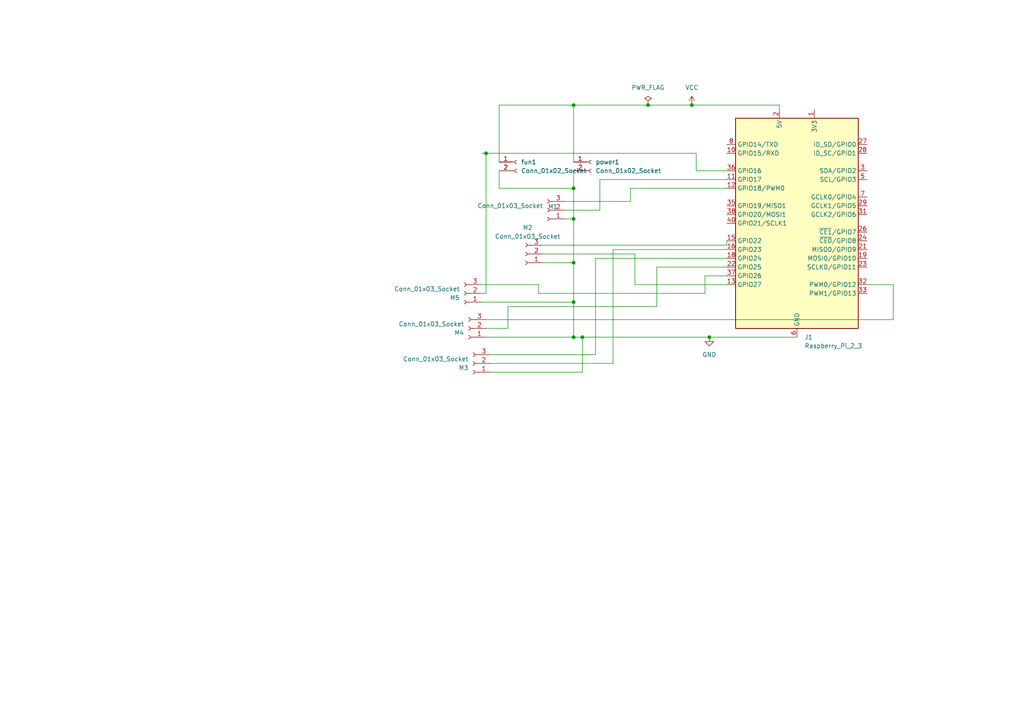
<source format=kicad_sch>
(kicad_sch (version 20231120) (generator "eeschema") (generator_version "8.0")
  (paper "A4")
  (lib_symbols
    (symbol "Connector:Conn_01x02_Socket" (pin_names (offset 1.016) hide)
      (property "Reference" "J" (at 0 2.54 0))
      (property "Value" "Conn_01x02_Socket" (at 0 -5.08 0))
      (symbol "Conn_01x02_Socket_1_1"
        (arc (start 0 -2.032) (mid -0.5058 -2.54) (end 0 -3.048) (stroke (width 0.1524)))
        (polyline (pts (xy -1.27 -2.54) (xy -0.508 -2.54)) (stroke (width 0.1524)))
        (polyline (pts (xy -1.27 0) (xy -0.508 0)) (stroke (width 0.1524)))
        (arc (start 0 0.508) (mid -0.5058 0) (end 0 -0.508) (stroke (width 0.1524)))
        (pin passive line (at -5.08 0 0) (length 3.81) (name "Pin_1") (number "1"))
        (pin passive line (at -5.08 -2.54 0) (length 3.81) (name "Pin_2") (number "2"))
      )
    )
    (symbol "Connector:Conn_01x03_Socket" (pin_names (offset 1.016) hide)
      (property "Reference" "J" (at 0 5.08 0))
      (property "Value" "Conn_01x03_Socket" (at 0 -5.08 0))
      (symbol "Conn_01x03_Socket_1_1"
        (arc (start 0 -2.032) (mid -0.5058 -2.54) (end 0 -3.048) (stroke (width 0.1524)))
        (polyline (pts (xy -1.27 -2.54) (xy -0.508 -2.54)) (stroke (width 0.1524)))
        (polyline (pts (xy -1.27 0) (xy -0.508 0)) (stroke (width 0.1524)))
        (polyline (pts (xy -1.27 2.54) (xy -0.508 2.54)) (stroke (width 0.1524)))
        (arc (start 0 0.508) (mid -0.5058 0) (end 0 -0.508) (stroke (width 0.1524)))
        (arc (start 0 3.048) (mid -0.5058 2.54) (end 0 2.032) (stroke (width 0.1524)))
        (pin passive line (at -5.08 2.54 0) (length 3.81) (name "Pin_1") (number "1"))
        (pin passive line (at -5.08 0 0) (length 3.81) (name "Pin_2") (number "2"))
        (pin passive line (at -5.08 -2.54 0) (length 3.81) (name "Pin_3") (number "3"))
      )
    )
    (symbol "Connector:Raspberry_Pi_2_3"
      (property "Reference" "J" (at -17.78 31.75 0))
      (property "Value" "Raspberry_Pi_2_3" (at 10.16 -31.75 0))
      (symbol "Raspberry_Pi_2_3_0_1"
        (rectangle (start -17.78 30.48) (end 17.78 -30.48) (stroke (width 0.254)) (fill (type background)))
      )
      (symbol "Raspberry_Pi_2_3_1_1"
        (pin power_in line (at 5.08 33.02 270) (length 2.54) (name "3V3") (number "1"))
        (pin bidirectional line (at -20.32 20.32 0) (length 2.54) (name "GPIO15/RXD") (number "10"))
        (pin bidirectional line (at -20.32 12.7 0) (length 2.54) (name "GPIO17") (number "11"))
        (pin bidirectional line (at -20.32 10.16 0) (length 2.54) (name "GPIO18/PWM0") (number "12"))
        (pin bidirectional line (at -20.32 -17.78 0) (length 2.54) (name "GPIO27") (number "13"))
        (pin passive line (at 0 -33.02 90) (length 2.54) hide (name "GND") (number "14"))
        (pin bidirectional line (at -20.32 -5.08 0) (length 2.54) (name "GPIO22") (number "15"))
        (pin bidirectional line (at -20.32 -7.62 0) (length 2.54) (name "GPIO23") (number "16"))
        (pin passive line (at 5.08 33.02 270) (length 2.54) hide (name "3V3") (number "17"))
        (pin bidirectional line (at -20.32 -10.16 0) (length 2.54) (name "GPIO24") (number "18"))
        (pin bidirectional line (at 20.32 -10.16 180) (length 2.54) (name "MOSI0/GPIO10") (number "19"))
        (pin power_in line (at -5.08 33.02 270) (length 2.54) (name "5V") (number "2"))
        (pin passive line (at 0 -33.02 90) (length 2.54) hide (name "GND") (number "20"))
        (pin bidirectional line (at 20.32 -7.62 180) (length 2.54) (name "MISO0/GPIO9") (number "21"))
        (pin bidirectional line (at -20.32 -12.7 0) (length 2.54) (name "GPIO25") (number "22"))
        (pin bidirectional line (at 20.32 -12.7 180) (length 2.54) (name "SCLK0/GPIO11") (number "23"))
        (pin bidirectional line (at 20.32 -5.08 180) (length 2.54) (name "~{CE0}/GPIO8") (number "24"))
        (pin passive line (at 0 -33.02 90) (length 2.54) hide (name "GND") (number "25"))
        (pin bidirectional line (at 20.32 -2.54 180) (length 2.54) (name "~{CE1}/GPIO7") (number "26"))
        (pin bidirectional line (at 20.32 22.86 180) (length 2.54) (name "ID_SD/GPIO0") (number "27"))
        (pin bidirectional line (at 20.32 20.32 180) (length 2.54) (name "ID_SC/GPIO1") (number "28"))
        (pin bidirectional line (at 20.32 5.08 180) (length 2.54) (name "GCLK1/GPIO5") (number "29"))
        (pin bidirectional line (at 20.32 15.24 180) (length 2.54) (name "SDA/GPIO2") (number "3"))
        (pin passive line (at 0 -33.02 90) (length 2.54) hide (name "GND") (number "30"))
        (pin bidirectional line (at 20.32 2.54 180) (length 2.54) (name "GCLK2/GPIO6") (number "31"))
        (pin bidirectional line (at 20.32 -17.78 180) (length 2.54) (name "PWM0/GPIO12") (number "32"))
        (pin bidirectional line (at 20.32 -20.32 180) (length 2.54) (name "PWM1/GPIO13") (number "33"))
        (pin passive line (at 0 -33.02 90) (length 2.54) hide (name "GND") (number "34"))
        (pin bidirectional line (at -20.32 5.08 0) (length 2.54) (name "GPIO19/MISO1") (number "35"))
        (pin bidirectional line (at -20.32 15.24 0) (length 2.54) (name "GPIO16") (number "36"))
        (pin bidirectional line (at -20.32 -15.24 0) (length 2.54) (name "GPIO26") (number "37"))
        (pin bidirectional line (at -20.32 2.54 0) (length 2.54) (name "GPIO20/MOSI1") (number "38"))
        (pin passive line (at 0 -33.02 90) (length 2.54) hide (name "GND") (number "39"))
        (pin passive line (at -5.08 33.02 270) (length 2.54) hide (name "5V") (number "4"))
        (pin bidirectional line (at -20.32 0 0) (length 2.54) (name "GPIO21/SCLK1") (number "40"))
        (pin bidirectional line (at 20.32 12.7 180) (length 2.54) (name "SCL/GPIO3") (number "5"))
        (pin power_in line (at 0 -33.02 90) (length 2.54) (name "GND") (number "6"))
        (pin bidirectional line (at 20.32 7.62 180) (length 2.54) (name "GCLK0/GPIO4") (number "7"))
        (pin bidirectional line (at -20.32 22.86 0) (length 2.54) (name "GPIO14/TXD") (number "8"))
        (pin passive line (at 0 -33.02 90) (length 2.54) hide (name "GND") (number "9"))
      )
    )
    (symbol "power:GND" (power) (pin_numbers hide) (pin_names (offset 0) hide)
      (property "Value" "GND" (at 0 -3.81 0))
      (symbol "GND_0_1"
        (polyline (pts (xy 0 0) (xy 0 -1.27) (xy 1.27 -1.27) (xy 0 -2.54) (xy -1.27 -1.27) (xy 0 -1.27)))
      )
      (symbol "GND_1_1"
        (pin power_in line (at 0 0 270) (length 0) (name "~") (number "1"))
      )
    )
    (symbol "power:PWR_FLAG" (power) (pin_numbers hide) (pin_names (offset 0) hide)
      (property "Value" "PWR_FLAG" (at 0 3.81 0))
      (symbol "PWR_FLAG_0_0"
        (pin power_out line (at 0 0 90) (length 0) (name "~") (number "1"))
      )
      (symbol "PWR_FLAG_0_1"
        (polyline (pts (xy 0 0) (xy 0 1.27) (xy -1.016 1.905) (xy 0 2.54) (xy 1.016 1.905) (xy 0 1.27)))
      )
    )
    (symbol "power:VCC" (power) (pin_numbers hide) (pin_names (offset 0) hide)
      (property "Value" "VCC" (at 0 3.556 0))
      (symbol "VCC_0_1"
        (polyline (pts (xy -0.762 1.27) (xy 0 2.54)))
        (polyline (pts (xy 0 0) (xy 0 2.54)))
        (polyline (pts (xy 0 2.54) (xy 0.762 1.27)))
      )
      (symbol "VCC_1_1"
        (pin power_in line (at 0 0 90) (length 0) (name "~") (number "1"))
      )
    )
  )
  (junction (at 166.37 30.48))
  (junction (at 166.37 97.79))
  (junction (at 140.97 44.45))
  (junction (at 168.91 97.79))
  (junction (at 166.37 87.63))
  (junction (at 166.37 63.5))
  (junction (at 166.37 54.61))
  (junction (at 200.66 30.48))
  (junction (at 187.96 30.48))
  (junction (at 205.74 97.79))
  (junction (at 166.37 76.2))
  (wire (pts (xy 139.7 82.55) (xy 156.21 82.55)))
  (wire (pts (xy 157.48 71.12) (xy 210.82 71.12)))
  (wire (pts (xy 144.78 54.61) (xy 166.37 54.61)))
  (wire (pts (xy 147.32 88.9) (xy 147.32 95.25)))
  (wire (pts (xy 147.32 95.25) (xy 140.97 95.25)))
  (wire (pts (xy 168.91 107.95) (xy 168.91 97.79)))
  (wire (pts (xy 140.97 97.79) (xy 166.37 97.79)))
  (wire (pts (xy 204.47 85.09) (xy 204.47 80.01)))
  (wire (pts (xy 139.7 87.63) (xy 166.37 87.63)))
  (wire (pts (xy 139.7 44.45) (xy 140.97 44.45)))
  (wire (pts (xy 210.82 72.39) (xy 177.8 72.39)))
  (wire (pts (xy 166.37 76.2) (xy 166.37 87.63)))
  (wire (pts (xy 172.72 74.93) (xy 172.72 102.87)))
  (wire (pts (xy 157.48 76.2) (xy 166.37 76.2)))
  (wire (pts (xy 157.48 73.66) (xy 184.15 73.66)))
  (wire (pts (xy 200.66 30.48) (xy 226.06 30.48)))
  (wire (pts (xy 166.37 87.63) (xy 166.37 97.79)))
  (wire (pts (xy 166.37 46.99) (xy 166.37 30.48)))
  (wire (pts (xy 166.37 63.5) (xy 166.37 76.2)))
  (wire (pts (xy 144.78 30.48) (xy 144.78 46.99)))
  (wire (pts (xy 190.5 77.47) (xy 190.5 88.9)))
  (wire (pts (xy 226.06 30.48) (xy 226.06 31.75)))
  (wire (pts (xy 182.88 54.61) (xy 210.82 54.61)))
  (wire (pts (xy 140.97 92.71) (xy 259.08 92.71)))
  (wire (pts (xy 184.15 82.55) (xy 210.82 82.55)))
  (wire (pts (xy 177.8 72.39) (xy 177.8 105.41)))
  (wire (pts (xy 140.97 44.45) (xy 201.93 44.45)))
  (wire (pts (xy 190.5 88.9) (xy 147.32 88.9)))
  (wire (pts (xy 142.24 107.95) (xy 168.91 107.95)))
  (wire (pts (xy 259.08 82.55) (xy 251.46 82.55)))
  (wire (pts (xy 172.72 74.93) (xy 210.82 74.93)))
  (wire (pts (xy 166.37 54.61) (xy 166.37 63.5)))
  (wire (pts (xy 166.37 49.53) (xy 166.37 54.61)))
  (wire (pts (xy 166.37 30.48) (xy 187.96 30.48)))
  (wire (pts (xy 205.74 97.79) (xy 231.14 97.79)))
  (wire (pts (xy 259.08 92.71) (xy 259.08 82.55)))
  (wire (pts (xy 201.93 49.53) (xy 210.82 49.53)))
  (wire (pts (xy 210.82 77.47) (xy 190.5 77.47)))
  (wire (pts (xy 166.37 30.48) (xy 144.78 30.48)))
  (wire (pts (xy 173.99 60.96) (xy 173.99 52.07)))
  (wire (pts (xy 140.97 85.09) (xy 140.97 44.45)))
  (wire (pts (xy 156.21 82.55) (xy 156.21 85.09)))
  (wire (pts (xy 168.91 97.79) (xy 205.74 97.79)))
  (wire (pts (xy 201.93 44.45) (xy 201.93 49.53)))
  (wire (pts (xy 172.72 102.87) (xy 142.24 102.87)))
  (wire (pts (xy 187.96 30.48) (xy 200.66 30.48)))
  (wire (pts (xy 204.47 80.01) (xy 210.82 80.01)))
  (wire (pts (xy 182.88 58.42) (xy 182.88 54.61)))
  (wire (pts (xy 144.78 49.53) (xy 144.78 54.61)))
  (wire (pts (xy 166.37 97.79) (xy 168.91 97.79)))
  (wire (pts (xy 163.83 63.5) (xy 166.37 63.5)))
  (wire (pts (xy 163.83 60.96) (xy 173.99 60.96)))
  (wire (pts (xy 156.21 85.09) (xy 204.47 85.09)))
  (wire (pts (xy 173.99 52.07) (xy 210.82 52.07)))
  (wire (pts (xy 184.15 73.66) (xy 184.15 82.55)))
  (wire (pts (xy 139.7 85.09) (xy 140.97 85.09)))
  (wire (pts (xy 210.82 71.12) (xy 210.82 69.85)))
  (wire (pts (xy 142.24 105.41) (xy 177.8 105.41)))
  (wire (pts (xy 163.83 58.42) (xy 182.88 58.42)))
  (symbol (lib_id "Connector:Conn_01x03_Socket") (at 134.62 85.09 180) (unit 1)
    (property "Reference" "M5" (at 133.35 86.3601 0) (effects (justify left)))
    (property "Value" "Conn_01x03_Socket" (at 133.35 83.8201 0) (effects (justify left)))
    (property "Footprint" "Connector_JST:JST_PH_B3B-PH-K_1x03_P2.00mm_Vertical" (effects (hide yes)))
    (property "Description" "Generic connector, single row, 01x03, script generated" (effects (hide yes)))
  )
  (symbol (lib_id "Connector:Raspberry_Pi_2_3") (at 231.14 64.77 0) (unit 1)
    (property "Reference" "J1" (at 233.3341 97.79 0) (effects (justify left)))
    (property "Value" "Raspberry_Pi_2_3" (at 233.3341 100.33 0) (effects (justify left)))
    (property "Footprint" "Module:Raspberry_Pi_Zero_Socketed_THT_FaceDown_MountingHoles" (effects (hide yes)))
    (property "Datasheet" "https://www.raspberrypi.org/documentation/hardware/raspberrypi/schematics/rpi_SCH_3bplus_1p0_reduced.pdf" (effects (hide yes)))
    (property "Description" "expansion header for Raspberry Pi 2 & 3" (effects (hide yes)))
  )
  (symbol (lib_id "Connector:Conn_01x02_Socket") (at 149.86 46.99 0) (unit 1)
    (property "Reference" "fun1" (at 151.13 46.9899 0) (effects (justify left)))
    (property "Value" "Conn_01x02_Socket" (at 151.13 49.5299 0) (effects (justify left)))
    (property "Footprint" "Connector_JST:JST_PH_B2B-PH-K_1x02_P2.00mm_Vertical" (effects (hide yes)))
    (property "Description" "Generic connector, single row, 01x02, script generated" (effects (hide yes)))
  )
  (symbol (lib_id "Connector:Conn_01x03_Socket") (at 152.4 73.66 180) (unit 1)
    (property "Reference" "M2" (at 153.035 66.04 0))
    (property "Value" "Conn_01x03_Socket" (at 153.035 68.58 0))
    (property "Footprint" "Connector_JST:JST_PH_B3B-PH-K_1x03_P2.00mm_Vertical" (effects (hide yes)))
    (property "Description" "Generic connector, single row, 01x03, script generated" (effects (hide yes)))
  )
  (symbol (lib_id "Connector:Conn_01x02_Socket") (at 171.45 46.99 0) (unit 1)
    (property "Reference" "power1" (at 172.72 46.9899 0) (effects (justify left)))
    (property "Value" "Conn_01x02_Socket" (at 172.72 49.5299 0) (effects (justify left)))
    (property "Footprint" "Connector_JST:JST_PH_B2B-PH-K_1x02_P2.00mm_Vertical" (effects (hide yes)))
    (property "Description" "Generic connector, single row, 01x02, script generated" (effects (hide yes)))
  )
  (symbol (lib_id "power:PWR_FLAG") (at 187.96 30.48 0) (unit 1)
    (property "Reference" "#FLG01" (effects (hide yes)))
    (property "Value" "PWR_FLAG" (at 187.96 25.4 0))
    (property "Description" "Special symbol for telling ERC where power comes from" (effects (hide yes)))
  )
  (symbol (lib_id "Connector:Conn_01x03_Socket") (at 135.89 95.25 180) (unit 1)
    (property "Reference" "M4" (at 134.62 96.5201 0) (effects (justify left)))
    (property "Value" "Conn_01x03_Socket" (at 134.62 93.9801 0) (effects (justify left)))
    (property "Footprint" "Connector_JST:JST_PH_B3B-PH-K_1x03_P2.00mm_Vertical" (effects (hide yes)))
    (property "Description" "Generic connector, single row, 01x03, script generated" (effects (hide yes)))
  )
  (symbol (lib_id "power:GND") (at 205.74 97.79 0) (unit 1)
    (property "Reference" "#PWR01" (effects (hide yes)))
    (property "Value" "GND" (at 205.74 102.87 0))
    (property "Description" "Power symbol creates a global label with name \"GND\" , ground" (effects (hide yes)))
  )
  (symbol (lib_id "Connector:Conn_01x03_Socket") (at 158.75 60.96 180) (unit 1)
    (property "Reference" "M1" (at 161.798 59.944 0) (effects (justify left)))
    (property "Value" "Conn_01x03_Socket" (at 157.48 59.6901 0) (effects (justify left)))
    (property "Footprint" "Connector_JST:JST_PH_B3B-PH-K_1x03_P2.00mm_Vertical" (effects (hide yes)))
    (property "Description" "Generic connector, single row, 01x03, script generated" (effects (hide yes)))
  )
  (symbol (lib_id "Connector:Conn_01x03_Socket") (at 137.16 105.41 180) (unit 1)
    (property "Reference" "M3" (at 135.89 106.6801 0) (effects (justify left)))
    (property "Value" "Conn_01x03_Socket" (at 135.89 104.1401 0) (effects (justify left)))
    (property "Footprint" "Connector_JST:JST_PH_B3B-PH-K_1x03_P2.00mm_Vertical" (effects (hide yes)))
    (property "Description" "Generic connector, single row, 01x03, script generated" (effects (hide yes)))
  )
  (symbol (lib_id "power:VCC") (at 200.66 30.48 0) (unit 1)
    (property "Reference" "#PWR02" (effects (hide yes)))
    (property "Value" "VCC" (at 200.66 25.4 0))
    (property "Description" "Power symbol creates a global label with name \"VCC\"" (effects (hide yes)))
  )
)
</source>
